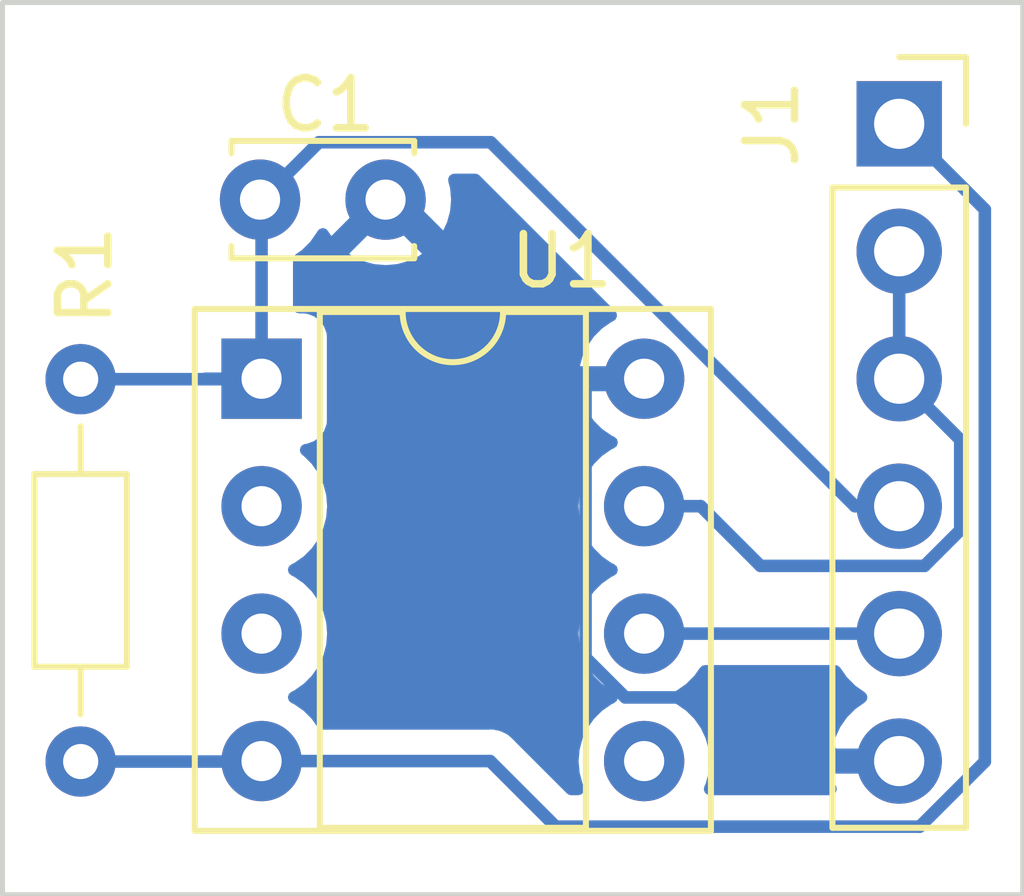
<source format=kicad_pcb>
(kicad_pcb (version 20221018) (generator pcbnew)
  (layers (0 "F.Cu" signal) (31 "B.Cu" signal) (34 "B.Paste" user) (35 "F.Paste" user) (36 "B.SilkS" user "B.Silkscreen") (37 "F.SilkS" user "F.Silkscreen") (38 "B.Mask" user) (39 "F.Mask" user) (44 "Edge.Cuts" user))
  (net 0 "")
  (net 1 "VCC")
  (net 4 "/{slash}MCLR")
  (net 6 "/ICSPCLK")
  (net 7 "/ICSPDAT")
  (net 8 "GND")
  (footprint "Capacitor_THT:C_Disc_D3.4mm_W2.1mm_P2.50mm" (layer "F.Cu") (at 99.1097 39.4884)
    (fp_text reference "C1" (at 1.307704 -1.886763) (layer "F.SilkS"))
    (fp_text value "100 nF" hide)
    (fp_line (start -0.57 -1.17) (end -0.57 -0.925) (stroke (width 0.12)) (layer "F.SilkS"))
    (fp_line (start -0.57 -1.17) (end 3.07 -1.17) (stroke (width 0.12)) (layer "F.SilkS"))
    (fp_line (start -0.57 0.925) (end -0.57 1.17) (stroke (width 0.12)) (layer "F.SilkS"))
    (fp_line (start -0.57 1.17) (end 3.07 1.17) (stroke (width 0.12)) (layer "F.SilkS"))
    (fp_line (start 3.07 -1.17) (end 3.07 -0.925) (stroke (width 0.12)) (layer "F.SilkS"))
    (fp_line (start 3.07 0.925) (end 3.07 1.17) (stroke (width 0.12)) (layer "F.SilkS"))
    (pad "1" thru_hole circle (at 0 0) (size 1.6 1.6) (drill 0.8) (layers "*.Cu" "*.Mask") (net 1 "VCC"))
    (pad "2" thru_hole circle (at 2.5 0) (size 1.6 1.6) (drill 0.8) (layers "*.Cu" "*.Mask") (net 8 "GND"))
  )
  (footprint "Resistor_THT:R_Axial_DIN0204_L3.6mm_D1.6mm_P7.62mm_Horizontal" (layer "F.Cu") (at 95.5365 43.0673 -90)
    (fp_text reference "R1" (at -2.067511 -0.084999 -90) (layer "F.SilkS"))
    (fp_text value "1K" hide)
    (fp_line (start 0.94 0) (end 1.89 0) (stroke (width 0.12)) (layer "F.SilkS"))
    (fp_line (start 1.89 -0.92) (end 1.89 0.92) (stroke (width 0.12)) (layer "F.SilkS"))
    (fp_line (start 1.89 0.92) (end 5.73 0.92) (stroke (width 0.12)) (layer "F.SilkS"))
    (fp_line (start 5.73 -0.92) (end 1.89 -0.92) (stroke (width 0.12)) (layer "F.SilkS"))
    (fp_line (start 5.73 0.92) (end 5.73 -0.92) (stroke (width 0.12)) (layer "F.SilkS"))
    (fp_line (start 6.68 0) (end 5.73 0) (stroke (width 0.12)) (layer "F.SilkS"))
    (pad "1" thru_hole circle (at 0 0 270) (size 1.4 1.4) (drill 0.7) (layers "*.Cu" "*.Mask") (net 1 "VCC"))
    (pad "2" thru_hole oval (at 7.62 0 270) (size 1.4 1.4) (drill 0.7) (layers "*.Cu" "*.Mask") (net 4 "/{slash}MCLR"))
  )
  (footprint "Package_DIP:DIP-8_W7.62mm_Socket" (layer "F.Cu") (at 99.1401 43.0578)
    (fp_text reference "U1" (at 5.976776 -2.347201) (layer "F.SilkS"))
    (fp_text value "PIC12F1840-IP" hide)
    (fp_line (start -1.33 -1.39) (end -1.33 9.01) (stroke (width 0.12)) (layer "F.SilkS"))
    (fp_line (start -1.33 9.01) (end 8.95 9.01) (stroke (width 0.12)) (layer "F.SilkS"))
    (fp_line (start 1.16 -1.33) (end 1.16 8.95) (stroke (width 0.12)) (layer "F.SilkS"))
    (fp_line (start 1.16 8.95) (end 6.46 8.95) (stroke (width 0.12)) (layer "F.SilkS"))
    (fp_line (start 2.81 -1.33) (end 1.16 -1.33) (stroke (width 0.12)) (layer "F.SilkS"))
    (fp_line (start 6.46 -1.33) (end 4.81 -1.33) (stroke (width 0.12)) (layer "F.SilkS"))
    (fp_line (start 6.46 8.95) (end 6.46 -1.33) (stroke (width 0.12)) (layer "F.SilkS"))
    (fp_line (start 8.95 -1.39) (end -1.33 -1.39) (stroke (width 0.12)) (layer "F.SilkS"))
    (fp_line (start 8.95 9.01) (end 8.95 -1.39) (stroke (width 0.12)) (layer "F.SilkS"))
    (fp_arc (start 4.81 -1.33) (mid 3.81 -0.33) (end 2.81 -1.33) (stroke (width 0.12)) (layer "F.SilkS"))
    (pad "1" thru_hole rect (at 0 0) (size 1.6 1.6) (drill 0.8) (layers "*.Cu" "*.Mask") (net 1 "VCC"))
    (pad "2" thru_hole oval (at 0 2.54) (size 1.6 1.6) (drill 0.8) (layers "*.Cu" "*.Mask"))
    (pad "3" thru_hole oval (at 0 5.08) (size 1.6 1.6) (drill 0.8) (layers "*.Cu" "*.Mask"))
    (pad "4" thru_hole oval (at 0 7.62) (size 1.6 1.6) (drill 0.8) (layers "*.Cu" "*.Mask") (net 4 "/{slash}MCLR"))
    (pad "5" thru_hole oval (at 7.62 7.62) (size 1.6 1.6) (drill 0.8) (layers "*.Cu" "*.Mask"))
    (pad "6" thru_hole oval (at 7.62 5.08) (size 1.6 1.6) (drill 0.8) (layers "*.Cu" "*.Mask") (net 6 "/ICSPCLK"))
    (pad "7" thru_hole oval (at 7.62 2.54) (size 1.6 1.6) (drill 0.8) (layers "*.Cu" "*.Mask") (net 7 "/ICSPDAT"))
    (pad "8" thru_hole oval (at 7.62 0) (size 1.6 1.6) (drill 0.8) (layers "*.Cu" "*.Mask") (net 8 "GND"))
  )
  (footprint "Connector_PinSocket_2.54mm:PinSocket_1x06_P2.54mm_Vertical" (layer "F.Cu") (at 111.8401 37.9778)
    (fp_text reference "J1" (at -2.54 0 90) (layer "F.SilkS"))
    (fp_text value "Conn_01x06_Pin" hide)
    (fp_line (start -1.33 1.27) (end -1.33 14.03) (stroke (width 0.12)) (layer "F.SilkS"))
    (fp_line (start -1.33 1.27) (end 1.33 1.27) (stroke (width 0.12)) (layer "F.SilkS"))
    (fp_line (start -1.33 14.03) (end 1.33 14.03) (stroke (width 0.12)) (layer "F.SilkS"))
    (fp_line (start 0 -1.33) (end 1.33 -1.33) (stroke (width 0.12)) (layer "F.SilkS"))
    (fp_line (start 1.33 -1.33) (end 1.33 0) (stroke (width 0.12)) (layer "F.SilkS"))
    (fp_line (start 1.33 1.27) (end 1.33 14.03) (stroke (width 0.12)) (layer "F.SilkS"))
    (pad "1" thru_hole rect (at 0 0) (size 1.7 1.7) (drill 1) (layers "*.Cu" "*.Mask") (net 4 "/{slash}MCLR"))
    (pad "2" thru_hole oval (at 0 2.54) (size 1.7 1.7) (drill 1) (layers "*.Cu" "*.Mask") (net 7 "/ICSPDAT"))
    (pad "3" thru_hole oval (at 0 5.08) (size 1.7 1.7) (drill 1) (layers "*.Cu" "*.Mask") (net 7 "/ICSPDAT"))
    (pad "4" thru_hole oval (at 0 7.62) (size 1.7 1.7) (drill 1) (layers "*.Cu" "*.Mask") (net 1 "VCC"))
    (pad "5" thru_hole oval (at 0 10.16) (size 1.7 1.7) (drill 1) (layers "*.Cu" "*.Mask") (net 6 "/ICSPCLK"))
    (pad "6" thru_hole oval (at 0 12.7) (size 1.7 1.7) (drill 1) (layers "*.Cu" "*.Mask") (net 8 "GND"))
  )
  (gr_rect (start 93.98 35.56) (end 114.3 53.34) (stroke (width 0.1)) (fill none) (layer "Edge.Cuts"))
  (segment (start 100.2837 38.3448) (end 99.1401 39.4884) (width 0.25) (layer "B.Cu") (net 1))
  (segment (start 111.8401 45.5978) (end 110.9574 45.5978) (width 0.25) (layer "B.Cu") (net 1))
  (segment (start 95.5365 43.0673) (end 99.1306 43.0673) (width 0.25) (layer "B.Cu") (net 1))
  (segment (start 103.7044 38.3448) (end 100.2837 38.3448) (width 0.25) (layer "B.Cu") (net 1))
  (segment (start 99.1306 43.0673) (end 99.1401 43.0578) (width 0.25) (layer "B.Cu") (net 1))
  (segment (start 99.1401 43.0578) (end 98.0132 43.0578) (width 0.25) (layer "B.Cu") (net 1))
  (segment (start 99.1401 39.4884) (end 99.1097 39.4884) (width 0.25) (layer "B.Cu") (net 1))
  (segment (start 99.1401 39.4884) (end 99.1401 43.0578) (width 0.25) (layer "B.Cu") (net 1))
  (segment (start 110.9574 45.5978) (end 103.7044 38.3448) (width 0.25) (layer "B.Cu") (net 1))
  (segment (start 104.998913 51.984498) (end 112.250002 51.984498) (width 0.25) (layer "B.Cu") (net 4))
  (segment (start 99.1401 50.6778) (end 103.692215 50.6778) (width 0.25) (layer "B.Cu") (net 4))
  (segment (start 103.692215 50.6778) (end 104.998913 51.984498) (width 0.25) (layer "B.Cu") (net 4))
  (segment (start 113.5461 39.6838) (end 113.5461 50.6884) (width 0.25) (layer "B.Cu") (net 4))
  (segment (start 111.8401 37.9778) (end 113.5461 39.6838) (width 0.25) (layer "B.Cu") (net 4))
  (segment (start 112.250002 51.984498) (end 113.5461 50.6884) (width 0.25) (layer "B.Cu") (net 4))
  (segment (start 99.1306 50.6873) (end 99.1401 50.6778) (width 0.25) (layer "B.Cu") (net 4))
  (segment (start 95.5365 50.6873) (end 99.1306 50.6873) (width 0.25) (layer "B.Cu") (net 4))
  (segment (start 111.8401 48.1378) (end 106.7601 48.1378) (width 0.25) (layer "B.Cu") (net 6))
  (segment (start 107.887 45.5978) (end 106.7601 45.5978) (width 0.25) (layer "B.Cu") (net 7))
  (segment (start 113.0557 44.2734) (end 113.0557 46.0762) (width 0.25) (layer "B.Cu") (net 7))
  (segment (start 111.8401 40.5178) (end 111.8401 43.0578) (width 0.25) (layer "B.Cu") (net 7))
  (segment (start 109.0768 46.7876) (end 107.887 45.5978) (width 0.25) (layer "B.Cu") (net 7))
  (segment (start 112.3443 46.7876) (end 109.0768 46.7876) (width 0.25) (layer "B.Cu") (net 7))
  (segment (start 111.8401 43.0578) (end 113.0557 44.2734) (width 0.25) (layer "B.Cu") (net 7))
  (segment (start 113.0557 46.0762) (end 112.3443 46.7876) (width 0.25) (layer "B.Cu") (net 7))
  (segment (start 101.9663 39.4884) (end 105.5925 43.1146) (width 0.25) (layer "B.Cu") (net 8))
  (segment (start 105.5925 48.6177) (end 106.3841 49.4093) (width 0.25) (layer "B.Cu") (net 8))
  (segment (start 106.7601 43.0578) (end 105.6493 43.0578) (width 0.25) (layer "B.Cu") (net 8))
  (segment (start 101.6097 39.4884) (end 101.9663 39.4884) (width 0.25) (layer "B.Cu") (net 8))
  (segment (start 111.8401 50.6778) (end 110.6632 50.6778) (width 0.25) (layer "B.Cu") (net 8))
  (segment (start 109.3947 49.4093) (end 110.6632 50.6778) (width 0.25) (layer "B.Cu") (net 8))
  (segment (start 105.5925 43.1146) (end 105.5925 48.6177) (width 0.25) (layer "B.Cu") (net 8))
  (segment (start 106.3841 49.4093) (end 109.3947 49.4093) (width 0.25) (layer "B.Cu") (net 8))
  (segment (start 105.6493 43.0578) (end 105.5925 43.1146) (width 0.25) (layer "B.Cu") (net 8))
  (zone (net 8) (net_name "GND") (layer "B.Cu") (connect_pads (clearance 0.5)) (min_thickness 0.25) (fill yes (thermal_gap 0.5) (thermal_bridge_width 0.5))
    (polygon (pts (xy 93.98 35.56) (xy 114.3 35.56) (xy 114.3 53.34) (xy 93.98 53.34)))
  )
)
</source>
